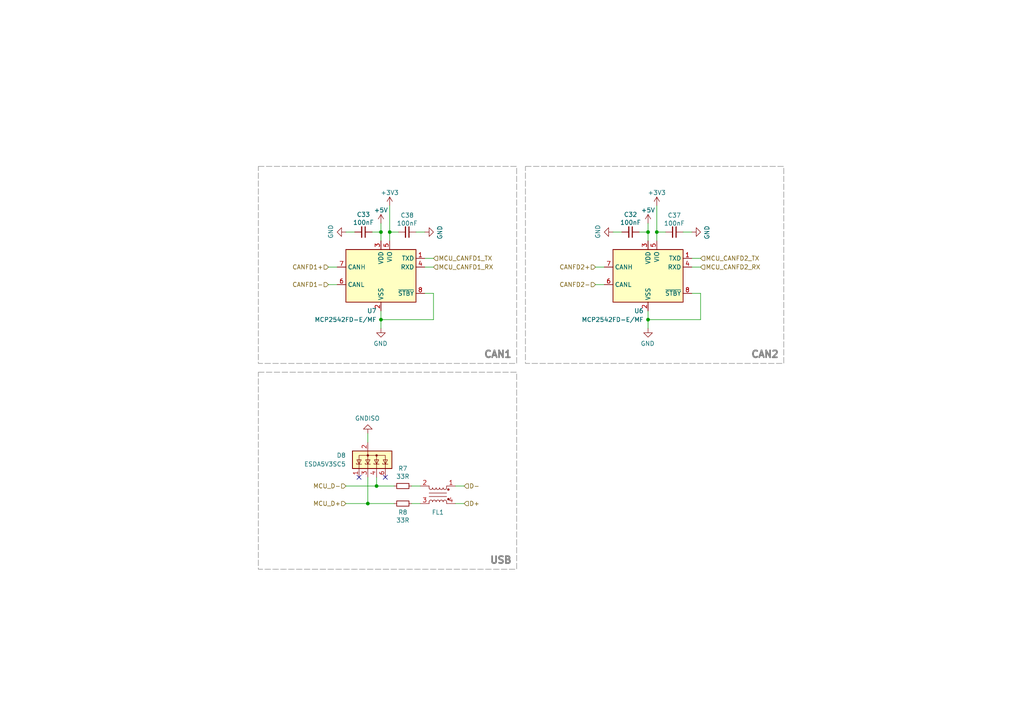
<source format=kicad_sch>
(kicad_sch (version 20231120) (generator "eeschema") (generator_version "8.0")
  (paper "A4")
  (lib_symbols
    (symbol "Device:C_Small" (pin_numbers hide) (pin_names (offset 0.254) hide)
      (property "Reference" "C" (at 0.254 1.778 0))
      (property "Value" "C_Small" (at 0.254 -2.032 0))
      (symbol "C_Small_0_1"
        (polyline (pts (xy -1.524 -0.508) (xy 1.524 -0.508)) (stroke (width 0.3302)))
        (polyline (pts (xy -1.524 0.508) (xy 1.524 0.508)) (stroke (width 0.3048)))
      )
      (symbol "C_Small_1_1"
        (pin passive line (at 0 2.54 270) (length 2.032) (name "~") (number "1"))
        (pin passive line (at 0 -2.54 90) (length 2.032) (name "~") (number "2"))
      )
    )
    (symbol "Device:R_Small" (pin_numbers hide) (pin_names (offset 0.254) hide)
      (property "Reference" "R" (at 0.762 0.508 0))
      (property "Value" "R_Small" (at 0.762 -1.016 0))
      (symbol "R_Small_0_1"
        (rectangle (start -0.762 1.778) (end 0.762 -1.778) (stroke (width 0.2032)))
      )
      (symbol "R_Small_1_1"
        (pin passive line (at 0 2.54 270) (length 0.762) (name "~") (number "1"))
        (pin passive line (at 0 -2.54 90) (length 0.762) (name "~") (number "2"))
      )
    )
    (symbol "ESDA5V3SC5_3" (pin_names hide)
      (property "Reference" "D1" (at -6.35 1.27 0))
      (property "Value" "ESDA5V3SC5" (at -6.35 -1.27 0))
      (symbol "ESDA5V3SC5_3_0_1"
        (rectangle (start -4.445 2.54) (end 6.985 -2.54) (stroke (width 0.254)) (fill (type background)))
        (circle (center 0 -1.27) (radius 0.254) (fill (type outline)))
        (polyline (pts (xy -2.54 2.54) (xy -2.54 1.27)))
        (polyline (pts (xy 0 -1.27) (xy 0 -2.54)))
        (polyline (pts (xy 0 -1.27) (xy 0 1.27)))
        (polyline (pts (xy 0 2.54) (xy 0 1.27)))
        (polyline (pts (xy 2.54 2.54) (xy 2.54 1.27)))
        (polyline (pts (xy 5.08 2.54) (xy 5.08 1.27)))
        (polyline (pts (xy -3.302 1.016) (xy -3.302 1.27) (xy -1.778 1.27)))
        (polyline (pts (xy 0.762 1.27) (xy -0.762 1.27) (xy -0.762 1.016)))
        (polyline (pts (xy 5.08 1.27) (xy 5.08 -1.27) (xy 2.54 -1.27)))
        (polyline (pts (xy -2.54 1.27) (xy -2.54 -1.27) (xy 2.54 -1.27) (xy 2.54 1.27)))
        (polyline (pts (xy -2.54 1.27) (xy -1.905 0) (xy -3.175 0) (xy -2.54 1.27)))
        (polyline (pts (xy 0.635 0) (xy -0.635 0) (xy 0 1.27) (xy 0.635 0)))
        (polyline (pts (xy 1.778 1.016) (xy 1.778 1.27) (xy 3.175 1.27) (xy 3.302 1.27)))
        (polyline (pts (xy 2.54 1.27) (xy 1.905 0) (xy 3.175 0) (xy 2.54 1.27)))
        (polyline (pts (xy 4.318 1.016) (xy 4.318 1.27) (xy 5.715 1.27) (xy 5.842 1.27)))
        (polyline (pts (xy 5.08 1.27) (xy 4.445 0) (xy 5.715 0) (xy 5.08 1.27)))
        (circle (center 2.54 -1.27) (radius 0.254) (fill (type outline)))
      )
      (symbol "ESDA5V3SC5_3_1_0"
        (pin passive line (at 0 5.08 270) (length 2.54) (name "A") (number "3"))
        (pin passive line (at 5.08 5.08 270) (length 2.54) (name "A") (number "6"))
      )
      (symbol "ESDA5V3SC5_3_1_1"
        (pin passive line (at -2.54 5.08 270) (length 2.54) (name "A") (number "1"))
        (pin passive line (at 0 -5.08 90) (length 2.54) (name "K") (number "2"))
        (pin passive line (at 2.54 5.08 270) (length 2.54) (name "A") (number "4"))
        (pin passive line (at 0 -5.08 90) (length 2.54) hide (name "NC") (number "5"))
      )
    )
    (symbol "Filter:Choke_Coilcraft_0603USB-142" (pin_names (offset 0.254) hide)
      (property "Reference" "FL" (at 0 4.445 0))
      (property "Value" "Choke_Coilcraft_0603USB-142" (at 0 -4.445 0))
      (symbol "Choke_Coilcraft_0603USB-142_0_1"
        (circle (center -3.048 -1.27) (radius 0.254) (fill (type outline)))
        (circle (center -3.048 1.524) (radius 0.254) (fill (type outline)))
        (arc (start -2.54 2.032) (mid -2.032 1.5262) (end -1.524 2.032))
        (arc (start -1.524 -2.032) (mid -2.032 -1.5262) (end -2.54 -2.032))
        (arc (start -1.524 2.032) (mid -1.016 1.5262) (end -0.508 2.032))
        (arc (start -0.508 -2.032) (mid -1.016 -1.5262) (end -1.524 -2.032))
        (arc (start -0.508 2.032) (mid 0 1.5262) (end 0.508 2.032))
        (polyline (pts (xy -2.54 -2.032) (xy -2.54 -2.54)))
        (polyline (pts (xy -2.54 0.508) (xy 2.54 0.508)))
        (polyline (pts (xy -2.54 2.032) (xy -2.54 2.54)))
        (polyline (pts (xy 2.54 -2.032) (xy 2.54 -2.54)))
        (polyline (pts (xy 2.54 -0.508) (xy -2.54 -0.508)))
        (polyline (pts (xy 2.54 2.54) (xy 2.54 2.032)))
        (arc (start 0.508 -2.032) (mid 0 -1.5262) (end -0.508 -2.032))
        (arc (start 0.508 2.032) (mid 1.016 1.5262) (end 1.524 2.032))
        (arc (start 1.524 -2.032) (mid 1.016 -1.5262) (end 0.508 -2.032))
        (arc (start 1.524 2.032) (mid 2.032 1.5262) (end 2.54 2.032))
        (arc (start 2.54 -2.032) (mid 2.032 -1.5262) (end 1.524 -2.032))
      )
      (symbol "Choke_Coilcraft_0603USB-142_1_1"
        (pin passive line (at -5.08 2.54 0) (length 2.54) (name "1") (number "1"))
        (pin passive line (at 5.08 2.54 180) (length 2.54) (name "2") (number "2"))
        (pin passive line (at 5.08 -2.54 180) (length 2.54) (name "3") (number "3"))
        (pin passive line (at -5.08 -2.54 0) (length 2.54) (name "4") (number "4"))
      )
    )
    (symbol "GND_1" (power) (pin_names (offset 0))
      (property "Value" "GND" (at 0 -3.81 0))
      (symbol "GND_1_0_1"
        (polyline (pts (xy 0 0) (xy 0 -1.27) (xy 1.27 -1.27) (xy 0 -2.54) (xy -1.27 -1.27) (xy 0 -1.27)))
      )
      (symbol "GND_1_1_1"
        (pin power_in line (at 0 0 270) (length 0) hide (name "GND") (number "1"))
      )
    )
    (symbol "GND_5" (power) (pin_names (offset 0))
      (property "Value" "GND" (at 0 -3.81 0))
      (symbol "GND_5_0_1"
        (polyline (pts (xy 0 0) (xy 0 -1.27) (xy 1.27 -1.27) (xy 0 -2.54) (xy -1.27 -1.27) (xy 0 -1.27)))
      )
      (symbol "GND_5_1_1"
        (pin power_in line (at 0 0 270) (length 0) hide (name "GND") (number "1"))
      )
    )
    (symbol "GND_7" (power) (pin_names (offset 0))
      (property "Value" "GND" (at 0 -3.81 0))
      (symbol "GND_7_0_1"
        (polyline (pts (xy 0 0) (xy 0 -1.27) (xy 1.27 -1.27) (xy 0 -2.54) (xy -1.27 -1.27) (xy 0 -1.27)))
      )
      (symbol "GND_7_1_1"
        (pin power_in line (at 0 0 270) (length 0) hide (name "GND") (number "1"))
      )
    )
    (symbol "GND_8" (power) (pin_names (offset 0))
      (property "Value" "GND" (at 0 -3.81 0))
      (symbol "GND_8_0_1"
        (polyline (pts (xy 0 0) (xy 0 -1.27) (xy 1.27 -1.27) (xy 0 -2.54) (xy -1.27 -1.27) (xy 0 -1.27)))
      )
      (symbol "GND_8_1_1"
        (pin power_in line (at 0 0 270) (length 0) hide (name "GND") (number "1"))
      )
    )
    (symbol "Interface_CAN_LIN:MCP2542FDxMF"
      (property "Reference" "U3" (at 1.27 -10.16 0))
      (property "Value" "MCP2542FDxMF" (at 1.27 -12.7 0))
      (symbol "MCP2542FDxMF_0_1"
        (rectangle (start -10.16 7.62) (end 10.16 -7.62) (stroke (width 0.254)) (fill (type background)))
      )
      (symbol "MCP2542FDxMF_1_1"
        (pin input line (at -12.7 5.08 0) (length 2.54) (name "TXD") (number "1"))
        (pin power_in line (at 0 -10.16 90) (length 2.54) (name "VSS") (number "2"))
        (pin power_in line (at 0 10.16 270) (length 2.54) (name "VDD") (number "3"))
        (pin output line (at -12.7 2.54 0) (length 2.54) (name "RXD") (number "4"))
        (pin power_in line (at -2.54 10.16 270) (length 2.54) (name "VIO") (number "5"))
        (pin bidirectional line (at 12.7 -2.54 180) (length 2.54) (name "CANL") (number "6"))
        (pin bidirectional line (at 12.7 2.54 180) (length 2.54) (name "CANH") (number "7"))
        (pin input line (at -12.7 -5.08 0) (length 2.54) (name "~{STBY}") (number "8"))
        (pin passive line (at 0 -10.16 90) (length 2.54) hide (name "VSS") (number "9"))
      )
    )
    (symbol "power:+3.3V" (power) (pin_names (offset 0))
      (property "Value" "+3.3V" (at 0 3.556 0))
      (symbol "+3.3V_0_1"
        (polyline (pts (xy -0.762 1.27) (xy 0 2.54)))
        (polyline (pts (xy 0 0) (xy 0 2.54)))
        (polyline (pts (xy 0 2.54) (xy 0.762 1.27)))
      )
      (symbol "+3.3V_1_1"
        (pin power_in line (at 0 0 90) (length 0) hide (name "+3V3") (number "1"))
      )
    )
    (symbol "power:+5V" (power) (pin_names (offset 0))
      (property "Value" "+5V" (at 0 3.556 0))
      (symbol "+5V_0_1"
        (polyline (pts (xy -0.762 1.27) (xy 0 2.54)))
        (polyline (pts (xy 0 0) (xy 0 2.54)))
        (polyline (pts (xy 0 2.54) (xy 0.762 1.27)))
      )
      (symbol "+5V_1_1"
        (pin power_in line (at 0 0 90) (length 0) hide (name "+5V") (number "1"))
      )
    )
  )
  (junction (at 109.22 140.97))
  (junction (at 187.96 92.71))
  (junction (at 106.68 146.05))
  (junction (at 110.49 92.71))
  (junction (at 110.49 67.31))
  (junction (at 187.96 67.31))
  (junction (at 113.03 67.31))
  (junction (at 190.5 67.31))
  (no_connect (at 111.76 138.43))
  (no_connect (at 104.14 138.43))
  (wire (pts (xy 110.49 64.77) (xy 110.49 67.31)))
  (wire (pts (xy 106.68 138.43) (xy 106.68 146.05)))
  (wire (pts (xy 114.3 146.05) (xy 106.68 146.05)))
  (wire (pts (xy 175.26 82.55) (xy 172.72 82.55)))
  (wire (pts (xy 190.5 59.69) (xy 190.5 67.31)))
  (wire (pts (xy 97.79 82.55) (xy 95.25 82.55)))
  (wire (pts (xy 203.2 77.47) (xy 200.66 77.47)))
  (wire (pts (xy 175.26 77.47) (xy 172.72 77.47)))
  (wire (pts (xy 102.87 67.31) (xy 100.33 67.31)))
  (wire (pts (xy 121.92 146.05) (xy 119.38 146.05)))
  (wire (pts (xy 125.73 85.09) (xy 123.19 85.09)))
  (wire (pts (xy 187.96 64.77) (xy 187.96 67.31)))
  (wire (pts (xy 180.34 67.31) (xy 177.8 67.31)))
  (wire (pts (xy 125.73 92.71) (xy 125.73 85.09)))
  (wire (pts (xy 193.04 67.31) (xy 190.5 67.31)))
  (wire (pts (xy 106.68 125.73) (xy 106.68 128.27)))
  (wire (pts (xy 114.3 140.97) (xy 109.22 140.97)))
  (wire (pts (xy 203.2 92.71) (xy 203.2 85.09)))
  (wire (pts (xy 97.79 77.47) (xy 95.25 77.47)))
  (wire (pts (xy 200.66 67.31) (xy 198.12 67.31)))
  (wire (pts (xy 121.92 140.97) (xy 119.38 140.97)))
  (wire (pts (xy 115.57 67.31) (xy 113.03 67.31)))
  (wire (pts (xy 113.03 59.69) (xy 113.03 67.31)))
  (wire (pts (xy 203.2 85.09) (xy 200.66 85.09)))
  (wire (pts (xy 100.33 146.05) (xy 106.68 146.05)))
  (wire (pts (xy 110.49 92.71) (xy 125.73 92.71)))
  (wire (pts (xy 185.42 67.31) (xy 187.96 67.31)))
  (wire (pts (xy 187.96 90.17) (xy 187.96 92.71)))
  (wire (pts (xy 190.5 67.31) (xy 190.5 69.85)))
  (wire (pts (xy 125.73 77.47) (xy 123.19 77.47)))
  (wire (pts (xy 110.49 67.31) (xy 110.49 69.85)))
  (wire (pts (xy 107.95 67.31) (xy 110.49 67.31)))
  (wire (pts (xy 110.49 90.17) (xy 110.49 92.71)))
  (wire (pts (xy 113.03 67.31) (xy 113.03 69.85)))
  (wire (pts (xy 187.96 67.31) (xy 187.96 69.85)))
  (wire (pts (xy 123.19 67.31) (xy 120.65 67.31)))
  (wire (pts (xy 132.08 146.05) (xy 134.62 146.05)))
  (wire (pts (xy 187.96 92.71) (xy 187.96 95.25)))
  (wire (pts (xy 200.66 74.93) (xy 203.2 74.93)))
  (wire (pts (xy 187.96 92.71) (xy 203.2 92.71)))
  (wire (pts (xy 123.19 74.93) (xy 125.73 74.93)))
  (wire (pts (xy 110.49 92.71) (xy 110.49 95.25)))
  (wire (pts (xy 100.33 140.97) (xy 109.22 140.97)))
  (wire (pts (xy 132.08 140.97) (xy 134.62 140.97)))
  (wire (pts (xy 109.22 138.43) (xy 109.22 140.97)))
  (rectangle (start 152.4 48.26) (end 227.33 105.41) (stroke (width 0) (type dash) (color 132 132 132 1)))
  (rectangle (start 74.93 107.95) (end 149.86 165.1) (stroke (width 0) (type dash) (color 132 132 132 1)))
  (rectangle (start 74.93 48.26) (end 149.86 105.41) (stroke (width 0) (type dash) (color 132 132 132 1)))
  (text "CAN1" (at 148.59 104.14 0) (effects (font (size 2 2) (thickness 1) (bold yes)) (justify right bottom)))
  (text "USB" (at 148.59 163.83 0) (effects (font (size 2 2) (thickness 1) (bold yes)) (justify right bottom)))
  (text "CAN2" (at 226.06 104.14 0) (effects (font (size 2 2) (thickness 1) (bold yes)) (justify right bottom)))
  (hierarchical_label "MCU_D+" (shape input) (at 100.33 146.05 180))
  (hierarchical_label "CANFD1-" (shape input) (at 95.25 82.55 180))
  (hierarchical_label "D+" (shape input) (at 134.62 146.05 0))
  (hierarchical_label "CANFD2+" (shape input) (at 172.72 77.47 180))
  (hierarchical_label "MCU_D-" (shape input) (at 100.33 140.97 180))
  (hierarchical_label "D-" (shape input) (at 134.62 140.97 0))
  (hierarchical_label "MCU_CANFD2_TX" (shape input) (at 203.2 74.93 0))
  (hierarchical_label "MCU_CANFD1_RX" (shape input) (at 125.73 77.47 0))
  (hierarchical_label "CANFD1+" (shape input) (at 95.25 77.47 180))
  (hierarchical_label "MCU_CANFD2_RX" (shape input) (at 203.2 77.47 0))
  (hierarchical_label "MCU_CANFD1_TX" (shape input) (at 125.73 74.93 0))
  (hierarchical_label "CANFD2-" (shape input) (at 172.72 82.55 180))
  (symbol (lib_name "GND_7") (lib_id "power:GND") (at 187.96 95.25 0) (mirror y) (unit 1)
    (property "Reference" "#PWR036" (effects (hide yes)))
    (property "Value" "GND" (at 187.833 99.6442 0))
  )
  (symbol (lib_name "GND_5") (lib_id "power:GND") (at 177.8 67.31 270) (mirror x) (unit 1)
    (property "Reference" "#PWR014" (effects (hide yes)))
    (property "Value" "GND" (at 173.4058 67.183 0))
  )
  (symbol (lib_id "Interface_CAN_LIN:MCP2542FDxMF") (at 110.49 80.01 0) (mirror y) (unit 1)
    (property "Reference" "U7" (at 109.22 90.17 0) (effects (justify left)))
    (property "Value" "MCP2542FD-E/MF" (at 109.22 92.71 0) (effects (justify left)))
    (property "Footprint" "Package_DFN_QFN:DFN-8-1EP_3x3mm_P0.65mm_EP1.55x2.4mm" (effects (hide yes)))
    (property "Datasheet" "http://ww1.microchip.com/downloads/en/DeviceDoc/MCP2542FD-4FD-MCP2542WFD-4WFD-Data-Sheet20005514B.pdf" (effects (hide yes)))
    (property "Manufacturer_Part_Number" "MCP2542FD-E/MF" (effects (hide yes)))
    (property "Mouser Part Number" "579-MCP2542FD-E/MF" (effects (hide yes)))
    (property "Mouser Price/Stock" "https://www.mouser.pl/ProductDetail/Microchip-Technology/MCP2542FD-E-MF?qs=l7cgNqFNU1jog4BwTzULBw%3D%3D" (effects (hide yes)))
  )
  (symbol (lib_name "GND_1") (lib_id "power:GND") (at 123.19 67.31 90) (mirror x) (unit 1)
    (property "Reference" "#PWR087" (effects (hide yes)))
    (property "Value" "GND" (at 127.5842 67.437 0))
  )
  (symbol (lib_id "power:+5V") (at 187.96 64.77 0) (mirror y) (unit 1)
    (property "Reference" "#PWR028" (effects (hide yes)))
    (property "Value" "+5V" (at 187.96 60.96 0))
  )
  (symbol (lib_name "GND_8") (lib_id "power:GND") (at 106.68 125.73 180) (unit 1)
    (property "Reference" "#PWR037" (effects (hide yes)))
    (property "Value" "GNDISO" (at 106.553 121.3358 0))
  )
  (symbol (lib_id "power:+3.3V") (at 113.03 59.69 0) (mirror y) (unit 1)
    (property "Reference" "#PWR085" (effects (hide yes)))
    (property "Value" "+3V3" (at 113.03 55.88 0))
  )
  (symbol (lib_name "GND_7") (lib_id "power:GND") (at 110.49 95.25 0) (mirror y) (unit 1)
    (property "Reference" "#PWR083" (effects (hide yes)))
    (property "Value" "GND" (at 110.363 99.6442 0))
  )
  (symbol (lib_id "power:+3.3V") (at 190.5 59.69 0) (mirror y) (unit 1)
    (property "Reference" "#PWR084" (effects (hide yes)))
    (property "Value" "+3V3" (at 190.5 55.88 0))
  )
  (symbol (lib_name "GND_5") (lib_id "power:GND") (at 100.33 67.31 270) (mirror x) (unit 1)
    (property "Reference" "#PWR015" (effects (hide yes)))
    (property "Value" "GND" (at 95.9358 67.183 0))
  )
  (symbol (lib_name "GND_1") (lib_id "power:GND") (at 200.66 67.31 90) (mirror x) (unit 1)
    (property "Reference" "#PWR086" (effects (hide yes)))
    (property "Value" "GND" (at 205.0542 67.437 0))
  )
  (symbol (lib_id "Interface_CAN_LIN:MCP2542FDxMF") (at 187.96 80.01 0) (mirror y) (unit 1)
    (property "Reference" "U6" (at 186.69 90.17 0) (effects (justify left)))
    (property "Value" "MCP2542FD-E/MF" (at 186.69 92.71 0) (effects (justify left)))
    (property "Footprint" "Package_DFN_QFN:DFN-8-1EP_3x3mm_P0.65mm_EP1.55x2.4mm" (effects (hide yes)))
    (property "Datasheet" "http://ww1.microchip.com/downloads/en/DeviceDoc/MCP2542FD-4FD-MCP2542WFD-4WFD-Data-Sheet20005514B.pdf" (effects (hide yes)))
    (property "Manufacturer_Part_Number" "MCP2542FD-E/MF" (effects (hide yes)))
    (property "Mouser Part Number" "579-MCP2542FD-E/MF" (effects (hide yes)))
    (property "Mouser Price/Stock" "https://www.mouser.pl/ProductDetail/Microchip-Technology/MCP2542FD-E-MF?qs=l7cgNqFNU1jog4BwTzULBw%3D%3D" (effects (hide yes)))
  )
  (symbol (lib_id "Device:C_Small") (at 195.58 67.31 270) (mirror x) (unit 1)
    (property "Reference" "C37" (at 195.58 62.4586 90))
    (property "Value" "100nF" (at 195.58 64.77 90))
    (property "Footprint" "Capacitor_SMD:C_0805_2012Metric" (effects (hide yes)))
    (property "Manufacturer_Name" "--" (effects (hide yes)))
    (property "Manufacturer_Part_Number" "--" (effects (hide yes)))
  )
  (symbol (lib_id "Device:R_Small") (at 116.84 140.97 90) (mirror x) (unit 1)
    (property "Reference" "R7" (at 116.84 135.89 90))
    (property "Value" "33R" (at 116.84 138.2014 90))
    (property "Footprint" "Resistor_SMD:R_0603_1608Metric" (effects (hide yes)))
    (property "Manufacturer_Name" "--" (effects (hide yes)))
    (property "Manufacturer_Part_Number" "--" (effects (hide yes)))
  )
  (symbol (lib_id "power:+5V") (at 110.49 64.77 0) (mirror y) (unit 1)
    (property "Reference" "#PWR038" (effects (hide yes)))
    (property "Value" "+5V" (at 110.49 60.96 0))
  )
  (symbol (lib_id "Device:R_Small") (at 116.84 146.05 270) (mirror x) (unit 1)
    (property "Reference" "R8" (at 116.84 148.59 90))
    (property "Value" "33R" (at 116.84 150.9014 90))
    (property "Footprint" "Resistor_SMD:R_0603_1608Metric" (effects (hide yes)))
    (property "Manufacturer_Name" "--" (effects (hide yes)))
    (property "Manufacturer_Part_Number" "--" (effects (hide yes)))
  )
  (symbol (lib_id "Device:C_Small") (at 105.41 67.31 270) (mirror x) (unit 1)
    (property "Reference" "C33" (at 105.41 62.23 90))
    (property "Value" "100nF" (at 105.41 64.5414 90))
    (property "Footprint" "Capacitor_SMD:C_0603_1608Metric" (effects (hide yes)))
    (property "Manufacturer_Name" "--" (effects (hide yes)))
    (property "Manufacturer_Part_Number" "--" (effects (hide yes)))
  )
  (symbol (lib_id "Device:C_Small") (at 118.11 67.31 270) (mirror x) (unit 1)
    (property "Reference" "C38" (at 118.11 62.4586 90))
    (property "Value" "100nF" (at 118.11 64.77 90))
    (property "Footprint" "Capacitor_SMD:C_0805_2012Metric" (effects (hide yes)))
    (property "Manufacturer_Name" "--" (effects (hide yes)))
    (property "Manufacturer_Part_Number" "--" (effects (hide yes)))
  )
  (symbol (lib_id "Device:C_Small") (at 182.88 67.31 270) (mirror x) (unit 1)
    (property "Reference" "C32" (at 182.88 62.23 90))
    (property "Value" "100nF" (at 182.88 64.5414 90))
    (property "Footprint" "Capacitor_SMD:C_0603_1608Metric" (effects (hide yes)))
    (property "Manufacturer_Name" "--" (effects (hide yes)))
    (property "Manufacturer_Part_Number" "--" (effects (hide yes)))
  )
  (symbol (lib_id "Filter:Choke_Coilcraft_0603USB-142") (at 127 143.51 0) (mirror y) (unit 1)
    (property "Reference" "FL1" (at 127 148.59 0))
    (property "Value" "Choke_Coilcraft_0603USB-142" (effects (hide yes)))
    (property "Footprint" "Inductor_SMD:L_CommonModeChoke_Coilcraft_0603USB" (effects (hide yes)))
    (property "Datasheet" "https://www.coilcraft.com/pdfs/0603usb.pdf" (effects (hide yes)))
    (property "Description" "Common mode choke, 500mA, 250VAC, 98nH, 174mohm, 1.9Ghz," (effects (hide yes)))
  )
  (symbol (lib_name "ESDA5V3SC5_3") (lib_id "Power_Protection:ESDA5V3SC5") (at 106.68 133.35 0) (mirror x) (unit 1)
    (property "Reference" "D8" (at 100.33 132.08 0) (effects (justify right)))
    (property "Value" "ESDA5V3SC5" (at 100.33 134.62 0) (effects (justify right)))
    (property "Footprint" "Package_TO_SOT_SMD:SOT-23-6" (effects (hide yes)))
    (property "Datasheet" "https://www.mouser.pl/datasheet/2/389/cd00002055-1795703.pdf" (effects (hide yes)))
    (property "Description" "Quad TVS Diode Array, 5.3V Standoff, 4 Channels, 400W, ±30kV, SOT-23-5" (effects (hide yes)))
    (property "Manufacturer_Part_Number" "ESDA5V3SC5" (effects (hide yes)))
    (property "Mouser Part Number" "511-ESDA5V3SC5" (effects (hide yes)))
    (property "Mouser Price/Stock" "https://www.mouser.pl/ProductDetail/STMicroelectronics/ESDA5V3SC5?qs=vqk%252BPKT8fSw1EexaRsSoaw%3D%3D" (effects (hide yes)))
  )
)
</source>
